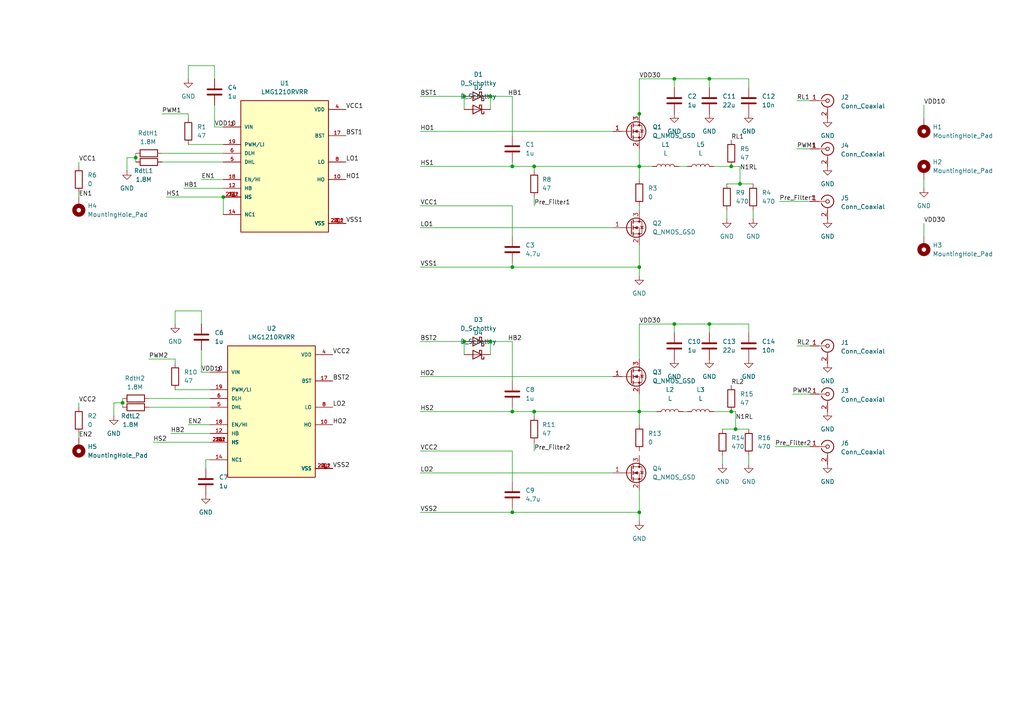
<source format=kicad_sch>
(kicad_sch (version 20231120) (generator "eeschema") (generator_version "8.0")
  (paper "A4")
  (lib_symbols
    (symbol "Connector:Conn_Coaxial" (pin_names (offset 1.016) hide)
      (property "Reference" "J" (at 0.254 3.048 0))
      (property "Value" "Conn_Coaxial" (at 2.921 0 90))
      (symbol "Conn_Coaxial_0_1"
        (arc (start -1.778 -0.508) (mid 0.2311 -1.8066) (end 1.778 0) (stroke (width 0.254)))
        (polyline (pts (xy -2.54 0) (xy -0.508 0)))
        (polyline (pts (xy 0 -2.54) (xy 0 -1.778)))
        (circle (center 0 0) (radius 0.508) (stroke (width 0.2032)))
        (arc (start 1.778 0) (mid 0.2099 1.8101) (end -1.778 0.508) (stroke (width 0.254)))
      )
      (symbol "Conn_Coaxial_1_1"
        (pin passive line (at -5.08 0 0) (length 2.54) (name "In") (number "1"))
        (pin passive line (at 0 -5.08 90) (length 2.54) (name "Ext") (number "2"))
      )
    )
    (symbol "D_Schottky_1" (pin_numbers hide) (pin_names (offset 1.016) hide)
      (property "Reference" "D1" (at -0.3175 -6.35 0))
      (property "Value" "D_Schottky" (at -0.3175 -3.81 0))
      (symbol "D_Schottky_1_0_1"
        (polyline (pts (xy 1.27 0) (xy -1.27 0)))
        (polyline (pts (xy 1.27 1.27) (xy 1.27 -1.27) (xy -1.27 0) (xy 1.27 1.27)) (stroke (width 0.254)))
        (polyline (pts (xy -1.905 0.635) (xy -1.905 1.27) (xy -1.27 1.27) (xy -1.27 -1.27) (xy -0.635 -1.27) (xy -0.635 -0.635)) (stroke (width 0.254)))
      )
      (symbol "D_Schottky_1_1_1"
        (pin passive line (at -3.81 0 0) (length 2.54) (name "K") (number "1"))
        (pin passive line (at 3.81 0 180) (length 2.54) (name "A") (number "3"))
      )
    )
    (symbol "Device:C" (pin_numbers hide) (pin_names (offset 0.254))
      (property "Reference" "C" (at 0.635 2.54 0))
      (property "Value" "C" (at 0.635 -2.54 0))
      (symbol "C_0_1"
        (polyline (pts (xy -2.032 -0.762) (xy 2.032 -0.762)) (stroke (width 0.508)))
        (polyline (pts (xy -2.032 0.762) (xy 2.032 0.762)) (stroke (width 0.508)))
      )
      (symbol "C_1_1"
        (pin passive line (at 0 3.81 270) (length 2.794) (name "~") (number "1"))
        (pin passive line (at 0 -3.81 90) (length 2.794) (name "~") (number "2"))
      )
    )
    (symbol "Device:L" (pin_numbers hide) (pin_names (offset 1.016) hide)
      (property "Reference" "L" (at -1.27 0 90))
      (property "Value" "L" (at 1.905 0 90))
      (symbol "L_0_1"
        (arc (start 0 -2.54) (mid 0.6323 -1.905) (end 0 -1.27))
        (arc (start 0 -1.27) (mid 0.6323 -0.635) (end 0 0))
        (arc (start 0 0) (mid 0.6323 0.635) (end 0 1.27))
        (arc (start 0 1.27) (mid 0.6323 1.905) (end 0 2.54))
      )
      (symbol "L_1_1"
        (pin passive line (at 0 3.81 270) (length 1.27) (name "1") (number "1"))
        (pin passive line (at 0 -3.81 90) (length 1.27) (name "2") (number "2"))
      )
    )
    (symbol "Device:Q_NMOS_GSD" (pin_names (offset 0) hide)
      (property "Reference" "Q" (at 5.08 1.27 0))
      (property "Value" "Q_NMOS_GSD" (at 5.08 -1.27 0))
      (symbol "Q_NMOS_GSD_0_1"
        (polyline (pts (xy 0.254 0) (xy -2.54 0)))
        (polyline (pts (xy 0.254 1.905) (xy 0.254 -1.905)) (stroke (width 0.254)))
        (polyline (pts (xy 0.762 -1.27) (xy 0.762 -2.286)) (stroke (width 0.254)))
        (polyline (pts (xy 0.762 0.508) (xy 0.762 -0.508)) (stroke (width 0.254)))
        (polyline (pts (xy 0.762 2.286) (xy 0.762 1.27)) (stroke (width 0.254)))
        (polyline (pts (xy 2.54 2.54) (xy 2.54 1.778)))
        (polyline (pts (xy 2.54 -2.54) (xy 2.54 0) (xy 0.762 0)))
        (polyline (pts (xy 0.762 -1.778) (xy 3.302 -1.778) (xy 3.302 1.778) (xy 0.762 1.778)))
        (polyline (pts (xy 1.016 0) (xy 2.032 0.381) (xy 2.032 -0.381) (xy 1.016 0)) (fill (type outline)))
        (polyline (pts (xy 2.794 0.508) (xy 2.921 0.381) (xy 3.683 0.381) (xy 3.81 0.254)))
        (polyline (pts (xy 3.302 0.381) (xy 2.921 -0.254) (xy 3.683 -0.254) (xy 3.302 0.381)))
        (circle (center 1.651 0) (radius 2.794) (stroke (width 0.254)))
        (circle (center 2.54 -1.778) (radius 0.254) (fill (type outline)))
        (circle (center 2.54 1.778) (radius 0.254) (fill (type outline)))
      )
      (symbol "Q_NMOS_GSD_1_1"
        (pin input line (at -5.08 0 0) (length 2.54) (name "G") (number "1"))
        (pin passive line (at 2.54 -5.08 90) (length 2.54) (name "S") (number "2"))
        (pin passive line (at 2.54 5.08 270) (length 2.54) (name "D") (number "3"))
      )
    )
    (symbol "Device:R" (pin_numbers hide) (pin_names (offset 0))
      (property "Reference" "R" (at 2.032 0 90))
      (property "Value" "R" (at 0 0 90))
      (symbol "R_0_1"
        (rectangle (start -1.016 -2.54) (end 1.016 2.54) (stroke (width 0.254)))
      )
      (symbol "R_1_1"
        (pin passive line (at 0 3.81 270) (length 1.27) (name "~") (number "1"))
        (pin passive line (at 0 -3.81 90) (length 1.27) (name "~") (number "2"))
      )
    )
    (symbol "LMG1210RVRR:LMG1210RVRR" (pin_names (offset 1.016))
      (property "Reference" "U" (at -12.7 21.082 0))
      (property "Value" "LMG1210RVRR" (at -12.7 -19.05 0))
      (symbol "LMG1210RVRR_0_0"
        (rectangle (start -12.7 -17.78) (end 12.7 20.32) (stroke (width 0.254)) (fill (type background)))
        (pin output line (at 17.78 -2.54 180) (length 5.08) (name "HO") (number "10"))
        (pin input line (at -17.78 -5.08 0) (length 5.08) (name "HB") (number "12"))
        (pin input line (at -17.78 -7.62 0) (length 5.08) (name "HS") (number "13"))
        (pin passive line (at -17.78 -12.7 0) (length 5.08) (name "NC1") (number "14"))
        (pin input line (at -17.78 -7.62 0) (length 5.08) (name "HS") (number "16"))
        (pin output line (at 17.78 10.16 180) (length 5.08) (name "BST") (number "17"))
        (pin input line (at -17.78 -2.54 0) (length 5.08) (name "EN/HI") (number "18"))
        (pin input line (at -17.78 7.62 0) (length 5.08) (name "PWM/LI") (number "19"))
        (pin input line (at -17.78 12.7 0) (length 5.08) (name "VIN") (number "2"))
        (pin power_in line (at 17.78 -15.24 180) (length 5.08) (name "VSS") (number "20"))
        (pin power_in line (at 17.78 -15.24 180) (length 5.08) (name "VSS") (number "20_1"))
        (pin power_in line (at 17.78 -15.24 180) (length 5.08) (name "VSS") (number "20_2"))
        (pin input line (at -17.78 -7.62 0) (length 5.08) (name "HS") (number "21"))
        (pin input line (at -17.78 -7.62 0) (length 5.08) (name "HS") (number "21_1"))
        (pin input line (at -17.78 -7.62 0) (length 5.08) (name "HS") (number "21_2"))
        (pin power_in line (at 17.78 -15.24 180) (length 5.08) (name "VSS") (number "3"))
        (pin power_in line (at 17.78 17.78 180) (length 5.08) (name "VDD") (number "4"))
        (pin input line (at -17.78 2.54 0) (length 5.08) (name "DHL") (number "5"))
        (pin input line (at -17.78 5.08 0) (length 5.08) (name "DLH") (number "6"))
        (pin power_in line (at 17.78 -15.24 180) (length 5.08) (name "VSS") (number "7"))
        (pin output line (at 17.78 2.54 180) (length 5.08) (name "LO") (number "8"))
        (pin input line (at -17.78 -7.62 0) (length 5.08) (name "HS") (number "9"))
      )
    )
    (symbol "Mechanical:MountingHole_Pad" (pin_numbers hide) (pin_names (offset 1.016) hide) (exclude_from_sim yes) (in_bom no)
      (property "Reference" "H" (at 0 6.35 0))
      (property "Value" "MountingHole_Pad" (at 0 4.445 0))
      (symbol "MountingHole_Pad_0_1"
        (circle (center 0 1.27) (radius 1.27) (stroke (width 1.27)))
      )
      (symbol "MountingHole_Pad_1_1"
        (pin input line (at 0 -2.54 90) (length 2.54) (name "1") (number "1"))
      )
    )
    (symbol "power:GND" (power) (pin_numbers hide) (pin_names (offset 0) hide)
      (property "Value" "GND" (at 0 -3.81 0))
      (symbol "GND_0_1"
        (polyline (pts (xy 0 0) (xy 0 -1.27) (xy 1.27 -1.27) (xy 0 -2.54) (xy -1.27 -1.27) (xy 0 -1.27)))
      )
      (symbol "GND_1_1"
        (pin power_in line (at 0 0 270) (length 0) (name "~") (number "1"))
      )
    )
  )
  (junction (at 64.77 57.15))
  (junction (at 205.74 93.98))
  (junction (at 148.59 48.26))
  (junction (at 185.42 33.02))
  (junction (at 148.59 77.47))
  (junction (at 154.94 48.26))
  (junction (at 142.24 27.94))
  (junction (at 214.63 53.34))
  (junction (at 148.59 148.59))
  (junction (at 154.94 119.38))
  (junction (at 142.24 99.06))
  (junction (at 185.42 119.38))
  (junction (at 212.09 48.26))
  (junction (at 212.09 119.38))
  (junction (at 35.56 116.84))
  (junction (at 134.62 27.94))
  (junction (at 185.42 148.59))
  (junction (at 185.42 77.47))
  (junction (at 185.42 48.26))
  (junction (at 148.59 119.38))
  (junction (at 213.36 124.46))
  (junction (at 195.58 22.86))
  (junction (at 195.58 93.98))
  (junction (at 205.74 22.86))
  (junction (at 39.37 45.72))
  (junction (at 134.62 99.06))
  (wire (pts (xy 212.09 48.26) (xy 214.63 48.26)))
  (wire (pts (xy 148.59 48.26) (xy 154.94 48.26)))
  (wire (pts (xy 154.94 48.26) (xy 185.42 48.26)))
  (wire (pts (xy 43.18 115.57) (xy 60.96 115.57)))
  (wire (pts (xy 195.58 22.86) (xy 205.74 22.86)))
  (wire (pts (xy 148.59 99.06) (xy 148.59 110.49)))
  (wire (pts (xy 217.17 93.98) (xy 217.17 96.52)))
  (wire (pts (xy 185.42 93.98) (xy 195.58 93.98)))
  (wire (pts (xy 33.02 116.84) (xy 33.02 120.65)))
  (wire (pts (xy 185.42 43.18) (xy 185.42 48.26)))
  (wire (pts (xy 35.56 116.84) (xy 33.02 116.84)))
  (wire (pts (xy 59.69 135.89) (xy 59.69 133.35)))
  (wire (pts (xy 185.42 119.38) (xy 185.42 123.19)))
  (wire (pts (xy 205.74 22.86) (xy 205.74 25.4)))
  (wire (pts (xy 43.18 104.14) (xy 50.8 104.14)))
  (wire (pts (xy 50.8 113.03) (xy 60.96 113.03)))
  (wire (pts (xy 154.94 119.38) (xy 185.42 119.38)))
  (wire (pts (xy 35.56 116.84) (xy 35.56 118.11)))
  (wire (pts (xy 59.69 133.35) (xy 60.96 133.35)))
  (wire (pts (xy 185.42 142.24) (xy 185.42 148.59)))
  (wire (pts (xy 154.94 57.15) (xy 154.94 59.69)))
  (wire (pts (xy 185.42 22.86) (xy 185.42 33.02)))
  (wire (pts (xy 134.62 27.94) (xy 134.62 31.75)))
  (wire (pts (xy 148.59 27.94) (xy 148.59 39.37)))
  (wire (pts (xy 229.87 114.3) (xy 234.95 114.3)))
  (wire (pts (xy 148.59 147.32) (xy 148.59 148.59)))
  (wire (pts (xy 148.59 68.58) (xy 148.59 59.69)))
  (wire (pts (xy 213.36 124.46) (xy 213.36 119.38)))
  (wire (pts (xy 198.12 119.38) (xy 199.39 119.38)))
  (wire (pts (xy 64.77 36.83) (xy 62.23 36.83)))
  (wire (pts (xy 121.92 119.38) (xy 148.59 119.38)))
  (wire (pts (xy 205.74 22.86) (xy 217.17 22.86)))
  (wire (pts (xy 148.59 119.38) (xy 148.59 118.11)))
  (wire (pts (xy 121.92 77.47) (xy 148.59 77.47)))
  (wire (pts (xy 35.56 115.57) (xy 35.56 116.84)))
  (wire (pts (xy 210.82 60.96) (xy 210.82 63.5)))
  (wire (pts (xy 212.09 119.38) (xy 213.36 119.38)))
  (wire (pts (xy 121.92 148.59) (xy 148.59 148.59)))
  (wire (pts (xy 231.14 43.18) (xy 234.95 43.18)))
  (wire (pts (xy 218.44 60.96) (xy 218.44 63.5)))
  (wire (pts (xy 267.97 30.48) (xy 267.97 34.29)))
  (wire (pts (xy 148.59 148.59) (xy 185.42 148.59)))
  (wire (pts (xy 185.42 77.47) (xy 185.42 80.01)))
  (wire (pts (xy 154.94 128.27) (xy 154.94 130.81)))
  (wire (pts (xy 49.53 125.73) (xy 60.96 125.73)))
  (wire (pts (xy 64.77 57.15) (xy 64.77 62.23)))
  (wire (pts (xy 121.92 109.22) (xy 177.8 109.22)))
  (wire (pts (xy 22.86 116.84) (xy 22.86 118.11)))
  (wire (pts (xy 36.83 45.72) (xy 36.83 49.53)))
  (wire (pts (xy 50.8 90.17) (xy 58.42 90.17)))
  (wire (pts (xy 185.42 33.02) (xy 185.42 34.29)))
  (wire (pts (xy 46.99 44.45) (xy 64.77 44.45)))
  (wire (pts (xy 22.86 46.99) (xy 22.86 48.26)))
  (wire (pts (xy 121.92 27.94) (xy 134.62 27.94)))
  (wire (pts (xy 267.97 64.77) (xy 267.97 68.58)))
  (wire (pts (xy 58.42 90.17) (xy 58.42 93.98)))
  (wire (pts (xy 185.42 59.69) (xy 185.42 60.96)))
  (wire (pts (xy 185.42 119.38) (xy 190.5 119.38)))
  (wire (pts (xy 60.96 107.95) (xy 58.42 107.95)))
  (wire (pts (xy 134.62 99.06) (xy 134.62 102.87)))
  (wire (pts (xy 39.37 45.72) (xy 39.37 46.99)))
  (wire (pts (xy 214.63 53.34) (xy 214.63 48.26)))
  (wire (pts (xy 196.85 48.26) (xy 199.39 48.26)))
  (wire (pts (xy 154.94 120.65) (xy 154.94 119.38)))
  (wire (pts (xy 185.42 114.3) (xy 185.42 119.38)))
  (wire (pts (xy 214.63 53.34) (xy 218.44 53.34)))
  (wire (pts (xy 121.92 137.16) (xy 177.8 137.16)))
  (wire (pts (xy 48.26 57.15) (xy 64.77 57.15)))
  (wire (pts (xy 210.82 53.34) (xy 214.63 53.34)))
  (wire (pts (xy 148.59 48.26) (xy 148.59 46.99)))
  (wire (pts (xy 121.92 99.06) (xy 134.62 99.06)))
  (wire (pts (xy 44.45 128.27) (xy 60.96 128.27)))
  (wire (pts (xy 62.23 36.83) (xy 62.23 30.48)))
  (wire (pts (xy 185.42 48.26) (xy 185.42 52.07)))
  (wire (pts (xy 207.01 48.26) (xy 212.09 48.26)))
  (wire (pts (xy 50.8 104.14) (xy 50.8 105.41)))
  (wire (pts (xy 142.24 99.06) (xy 148.59 99.06)))
  (wire (pts (xy 54.61 41.91) (xy 64.77 41.91)))
  (wire (pts (xy 121.92 59.69) (xy 148.59 59.69)))
  (wire (pts (xy 58.42 52.07) (xy 64.77 52.07)))
  (wire (pts (xy 207.01 119.38) (xy 212.09 119.38)))
  (wire (pts (xy 185.42 148.59) (xy 185.42 151.13)))
  (wire (pts (xy 148.59 139.7) (xy 148.59 130.81)))
  (wire (pts (xy 58.42 107.95) (xy 58.42 101.6)))
  (wire (pts (xy 217.17 132.08) (xy 217.17 134.62)))
  (wire (pts (xy 185.42 93.98) (xy 185.42 104.14)))
  (wire (pts (xy 121.92 38.1) (xy 177.8 38.1)))
  (wire (pts (xy 39.37 44.45) (xy 39.37 45.72)))
  (wire (pts (xy 185.42 71.12) (xy 185.42 77.47)))
  (wire (pts (xy 209.55 132.08) (xy 209.55 134.62)))
  (wire (pts (xy 209.55 124.46) (xy 213.36 124.46)))
  (wire (pts (xy 46.99 33.02) (xy 54.61 33.02)))
  (wire (pts (xy 62.23 19.05) (xy 62.23 22.86)))
  (wire (pts (xy 205.74 93.98) (xy 205.74 96.52)))
  (wire (pts (xy 185.42 22.86) (xy 195.58 22.86)))
  (wire (pts (xy 195.58 93.98) (xy 195.58 96.52)))
  (wire (pts (xy 22.86 55.88) (xy 22.86 57.15)))
  (wire (pts (xy 224.79 129.54) (xy 234.95 129.54)))
  (wire (pts (xy 195.58 93.98) (xy 205.74 93.98)))
  (wire (pts (xy 231.14 100.33) (xy 234.95 100.33)))
  (wire (pts (xy 217.17 22.86) (xy 217.17 25.4)))
  (wire (pts (xy 43.18 118.11) (xy 60.96 118.11)))
  (wire (pts (xy 54.61 22.86) (xy 54.61 19.05)))
  (wire (pts (xy 50.8 93.98) (xy 50.8 90.17)))
  (wire (pts (xy 267.97 52.07) (xy 267.97 54.61)))
  (wire (pts (xy 226.06 58.42) (xy 234.95 58.42)))
  (wire (pts (xy 39.37 45.72) (xy 36.83 45.72)))
  (wire (pts (xy 205.74 93.98) (xy 217.17 93.98)))
  (wire (pts (xy 154.94 49.53) (xy 154.94 48.26)))
  (wire (pts (xy 148.59 119.38) (xy 154.94 119.38)))
  (wire (pts (xy 22.86 125.73) (xy 22.86 127)))
  (wire (pts (xy 54.61 19.05) (xy 62.23 19.05)))
  (wire (pts (xy 53.34 54.61) (xy 64.77 54.61)))
  (wire (pts (xy 121.92 48.26) (xy 148.59 48.26)))
  (wire (pts (xy 231.14 29.21) (xy 234.95 29.21)))
  (wire (pts (xy 54.61 33.02) (xy 54.61 34.29)))
  (wire (pts (xy 142.24 27.94) (xy 142.24 31.75)))
  (wire (pts (xy 54.61 123.19) (xy 60.96 123.19)))
  (wire (pts (xy 142.24 27.94) (xy 148.59 27.94)))
  (wire (pts (xy 121.92 130.81) (xy 148.59 130.81)))
  (wire (pts (xy 185.42 48.26) (xy 189.23 48.26)))
  (wire (pts (xy 195.58 22.86) (xy 195.58 25.4)))
  (wire (pts (xy 148.59 76.2) (xy 148.59 77.47)))
  (wire (pts (xy 142.24 99.06) (xy 142.24 102.87)))
  (wire (pts (xy 148.59 77.47) (xy 185.42 77.47)))
  (wire (pts (xy 213.36 124.46) (xy 217.17 124.46)))
  (wire (pts (xy 121.92 66.04) (xy 177.8 66.04)))
  (wire (pts (xy 46.99 46.99) (xy 64.77 46.99)))
  (label "VCC1" (at 121.92 59.69 0))
  (label "RL2" (at 212.09 111.76 0))
  (label "VDD30" (at 185.42 93.98 0))
  (label "VDD30" (at 267.97 64.77 0))
  (label "BST2" (at 96.52 110.49 0))
  (label "HO1" (at 121.92 38.1 0))
  (label "Pre_Filter2" (at 154.94 130.81 0))
  (label "HS2" (at 44.45 128.27 0))
  (label "HS2" (at 121.92 119.38 0))
  (label "HB1" (at 147.32 27.94 0))
  (label "VSS1" (at 121.92 77.47 0))
  (label "VDD10" (at 267.97 30.48 0))
  (label "HB1" (at 53.34 54.61 0))
  (label "PWM1" (at 46.99 33.02 0))
  (label "N1RL" (at 214.63 49.53 0))
  (label "VSS2" (at 121.92 148.59 0))
  (label "EN2" (at 22.86 127 0))
  (label "HB2" (at 147.32 99.06 0))
  (label "HB2" (at 49.53 125.73 0))
  (label "RL1" (at 212.09 40.64 0))
  (label "PWM2" (at 229.87 114.3 0))
  (label "HO2" (at 121.92 109.22 0))
  (label "VDD10" (at 58.42 107.95 0))
  (label "BST1" (at 100.33 39.37 0))
  (label "Pre_Filter1" (at 154.94 59.69 0))
  (label "VDD10" (at 62.23 36.83 0))
  (label "HS1" (at 48.26 57.15 0))
  (label "VCC2" (at 96.52 102.87 0))
  (label "EN1" (at 22.86 57.15 0))
  (label "N1RL" (at 213.36 121.92 0))
  (label "LO2" (at 121.92 137.16 0))
  (label "BST1" (at 121.92 27.94 0))
  (label "Pre_Filter2" (at 224.79 129.54 0))
  (label "VSS2" (at 96.52 135.89 0))
  (label "VCC2" (at 121.92 130.81 0))
  (label "VDD30" (at 185.42 22.86 0))
  (label "BST2" (at 121.92 99.06 0))
  (label "RL1" (at 231.14 29.21 0))
  (label "PWM2" (at 43.18 104.14 0))
  (label "Pre_Filter1" (at 226.06 58.42 0))
  (label "VCC2" (at 22.86 116.84 0))
  (label "LO1" (at 100.33 46.99 0))
  (label "VCC1" (at 22.86 46.99 0))
  (label "LO1" (at 121.92 66.04 0))
  (label "RL2" (at 231.14 100.33 0))
  (label "PWM1" (at 231.14 43.18 0))
  (label "EN2" (at 54.61 123.19 0))
  (label "VCC1" (at 100.33 31.75 0))
  (label "HO2" (at 96.52 123.19 0))
  (label "EN1" (at 58.42 52.07 0))
  (label "VSS1" (at 100.33 64.77 0))
  (label "LO2" (at 96.52 118.11 0))
  (label "HO1" (at 100.33 52.07 0))
  (label "HS1" (at 121.92 48.26 0))
  (symbol (lib_id "power:GND") (at 185.42 80.01 0) (unit 1)
    (property "Reference" "#PWR01" (effects (hide yes)))
    (property "Value" "GND" (at 185.42 85.09 0))
    (property "Description" "Power symbol creates a global label with name \"GND\" , ground" (effects (hide yes)))
  )
  (symbol (lib_id "Device:C") (at 205.74 100.33 0) (unit 1)
    (property "Reference" "C13" (at 209.55 99.0599 0) (effects (justify left)))
    (property "Value" "22u" (at 209.55 101.5999 0) (effects (justify left)))
    (property "Footprint" "Capacitor_SMD:C_2220_5750Metric" (effects (hide yes)))
    (property "Description" "Unpolarized capacitor" (effects (hide yes)))
  )
  (symbol (lib_id "Connector:Conn_Coaxial") (at 240.03 29.21 0) (unit 1)
    (property "Reference" "J2" (at 243.84 28.2331 0) (effects (justify left)))
    (property "Value" "Conn_Coaxial" (at 243.84 30.7731 0) (effects (justify left)))
    (property "Footprint" "Connector_Coaxial:U.FL_Molex_MCRF_73412-0110_Vertical" (effects (hide yes)))
    (property "Description" "coaxial connector (BNC, SMA, SMB, SMC, Cinch/RCA, LEMO, ...)" (effects (hide yes)))
  )
  (symbol (lib_id "Mechanical:MountingHole_Pad") (at 267.97 49.53 0) (unit 1) (exclude_from_sim yes) (in_bom no)
    (property "Reference" "H2" (at 270.51 46.9899 0) (effects (justify left)))
    (property "Value" "MountingHole_Pad" (at 270.51 49.5299 0) (effects (justify left)))
    (property "Footprint" "MountingHole:MountingHole_4.3mm_M4_ISO14580_Pad_TopBottom" (effects (hide yes)))
    (property "Description" "Mounting Hole with connection" (effects (hide yes)))
  )
  (symbol (lib_id "Connector:Conn_Coaxial") (at 240.03 129.54 0) (unit 1)
    (property "Reference" "J6" (at 243.84 128.5631 0) (effects (justify left)))
    (property "Value" "Conn_Coaxial" (at 243.84 131.1031 0) (effects (justify left)))
    (property "Footprint" "Connector_Coaxial:U.FL_Molex_MCRF_73412-0110_Vertical" (effects (hide yes)))
    (property "Description" "coaxial connector (BNC, SMA, SMB, SMC, Cinch/RCA, LEMO, ...)" (effects (hide yes)))
  )
  (symbol (lib_id "Device:R") (at 22.86 52.07 180) (unit 1)
    (property "Reference" "R6" (at 25.4 50.7999 0) (effects (justify right)))
    (property "Value" "0" (at 25.4 53.3399 0) (effects (justify right)))
    (property "Footprint" "Resistor_SMD:R_0805_2012Metric" (effects (hide yes)))
    (property "Description" "Resistor" (effects (hide yes)))
  )
  (symbol (lib_id "Device:R") (at 217.17 128.27 180) (unit 1)
    (property "Reference" "R16" (at 219.71 126.9999 0) (effects (justify right)))
    (property "Value" "470" (at 219.71 129.5399 0) (effects (justify right)))
    (property "Footprint" "MyResistors:RWS5" (effects (hide yes)))
    (property "Description" "Resistor" (effects (hide yes)))
  )
  (symbol (lib_id "power:GND") (at 240.03 134.62 0) (unit 1)
    (property "Reference" "#PWR025" (effects (hide yes)))
    (property "Value" "GND" (at 240.03 139.7 0))
    (property "Description" "Power symbol creates a global label with name \"GND\" , ground" (effects (hide yes)))
  )
  (symbol (lib_id "Device:L") (at 193.04 48.26 90) (unit 1)
    (property "Reference" "L1" (at 193.04 41.91 90))
    (property "Value" "L" (at 193.04 44.45 90))
    (property "Footprint" "Inductor_SMD:L_Vishay_IHLP-1212" (effects (hide yes)))
    (property "Description" "Inductor" (effects (hide yes)))
  )
  (symbol (lib_id "Device:C") (at 148.59 43.18 0) (unit 1)
    (property "Reference" "C1" (at 152.4 41.9099 0) (effects (justify left)))
    (property "Value" "1u" (at 152.4 44.4499 0) (effects (justify left)))
    (property "Footprint" "Capacitor_SMD:C_0805_2012Metric" (effects (hide yes)))
    (property "Description" "Unpolarized capacitor" (effects (hide yes)))
  )
  (symbol (lib_id "Device:R") (at 210.82 57.15 180) (unit 1)
    (property "Reference" "R9" (at 213.36 55.8799 0) (effects (justify right)))
    (property "Value" "470" (at 213.36 58.4199 0) (effects (justify right)))
    (property "Footprint" "MyResistors:RWS5" (effects (hide yes)))
    (property "Description" "Resistor" (effects (hide yes)))
  )
  (symbol (lib_name "D_Schottky_1") (lib_id "Device:D_Schottky") (at 138.43 102.87 180) (unit 1)
    (property "Reference" "D4" (at 138.7475 96.52 0))
    (property "Value" "D_Schottky" (at 138.7475 99.06 0))
    (property "Footprint" "Package_TO_SOT_SMD:SOT-323_SC-70" (effects (hide yes)))
    (property "Description" "Schottky diode" (effects (hide yes)))
  )
  (symbol (lib_id "Device:R") (at 43.18 44.45 90) (unit 1)
    (property "Reference" "RdtH1" (at 42.926 38.608 90))
    (property "Value" "1.8M" (at 42.926 41.148 90))
    (property "Footprint" "Resistor_SMD:R_0805_2012Metric" (effects (hide yes)))
    (property "Description" "Resistor" (effects (hide yes)))
  )
  (symbol (lib_id "power:GND") (at 54.61 22.86 0) (unit 1)
    (property "Reference" "#PWR04" (effects (hide yes)))
    (property "Value" "GND" (at 54.61 27.94 0))
    (property "Description" "Power symbol creates a global label with name \"GND\" , ground" (effects (hide yes)))
  )
  (symbol (lib_id "Device:L") (at 194.31 119.38 90) (unit 1)
    (property "Reference" "L2" (at 194.31 113.03 90))
    (property "Value" "L" (at 194.31 115.57 90))
    (property "Footprint" "Inductor_SMD:L_Vishay_IHLP-1212" (effects (hide yes)))
    (property "Description" "Inductor" (effects (hide yes)))
  )
  (symbol (lib_id "Device:R") (at 185.42 127 180) (unit 1)
    (property "Reference" "R13" (at 187.96 125.7299 0) (effects (justify right)))
    (property "Value" "0" (at 187.96 128.2699 0) (effects (justify right)))
    (property "Footprint" "Resistor_SMD:R_0805_2012Metric" (effects (hide yes)))
    (property "Description" "Resistor" (effects (hide yes)))
  )
  (symbol (lib_id "power:GND") (at 50.8 93.98 0) (unit 1)
    (property "Reference" "#PWR015" (effects (hide yes)))
    (property "Value" "GND" (at 50.8 99.06 0))
    (property "Description" "Power symbol creates a global label with name \"GND\" , ground" (effects (hide yes)))
  )
  (symbol (lib_id "power:GND") (at 240.03 63.5 0) (unit 1)
    (property "Reference" "#PWR010" (effects (hide yes)))
    (property "Value" "GND" (at 240.03 68.58 0))
    (property "Description" "Power symbol creates a global label with name \"GND\" , ground" (effects (hide yes)))
  )
  (symbol (lib_id "Connector:Conn_Coaxial") (at 240.03 43.18 0) (unit 1)
    (property "Reference" "J4" (at 243.84 42.2031 0) (effects (justify left)))
    (property "Value" "Conn_Coaxial" (at 243.84 44.7431 0) (effects (justify left)))
    (property "Footprint" "Connector_Coaxial:U.FL_Molex_MCRF_73412-0110_Vertical" (effects (hide yes)))
    (property "Description" "coaxial connector (BNC, SMA, SMB, SMC, Cinch/RCA, LEMO, ...)" (effects (hide yes)))
  )
  (symbol (lib_id "power:GND") (at 210.82 63.5 0) (unit 1)
    (property "Reference" "#PWR07" (effects (hide yes)))
    (property "Value" "GND" (at 210.82 68.58 0))
    (property "Description" "Power symbol creates a global label with name \"GND\" , ground" (effects (hide yes)))
  )
  (symbol (lib_id "Device:R") (at 212.09 115.57 180) (unit 1)
    (property "Reference" "R15" (at 214.63 114.2999 0) (effects (justify right)))
    (property "Value" "47" (at 214.63 116.8399 0) (effects (justify right)))
    (property "Footprint" "Resistor_SMD:R_0805_2012Metric" (effects (hide yes)))
    (property "Description" "Resistor" (effects (hide yes)))
  )
  (symbol (lib_id "power:GND") (at 240.03 119.38 0) (unit 1)
    (property "Reference" "#PWR024" (effects (hide yes)))
    (property "Value" "GND" (at 240.03 124.46 0))
    (property "Description" "Power symbol creates a global label with name \"GND\" , ground" (effects (hide yes)))
  )
  (symbol (lib_id "Connector:Conn_Coaxial") (at 240.03 114.3 0) (unit 1)
    (property "Reference" "J3" (at 243.84 113.3231 0) (effects (justify left)))
    (property "Value" "Conn_Coaxial" (at 243.84 115.8631 0) (effects (justify left)))
    (property "Footprint" "Connector_Coaxial:U.FL_Molex_MCRF_73412-0110_Vertical" (effects (hide yes)))
    (property "Description" "coaxial connector (BNC, SMA, SMB, SMC, Cinch/RCA, LEMO, ...)" (effects (hide yes)))
  )
  (symbol (lib_id "LMG1210RVRR:LMG1210RVRR") (at 78.74 120.65 0) (unit 1)
    (property "Reference" "U2" (at 78.74 95.25 0))
    (property "Value" "LMG1210RVRR" (at 78.74 97.79 0))
    (property "Footprint" "Drivers:IC_LMG1210RVRR" (effects (hide yes)))
    (property "MF" "Texas Instruments" (effects (hide yes)))
    (property "MAXIMUM_PACKAGE_HEIGHT" "0.8mm" (effects (hide yes)))
    (property "Package" "WQFN-19 Texas Instruments" (effects (hide yes)))
    (property "Price" "None" (effects (hide yes)))
    (property "Check_prices" "https://www.snapeda.com/parts/LMG1210RVRR/Texas+Instruments/view-part/?ref=eda" (effects (hide yes)))
    (property "STANDARD" "Manufacturer Recommendations" (effects (hide yes)))
    (property "PARTREV" "D" (effects (hide yes)))
    (property "SnapEDA_Link" "https://www.snapeda.com/parts/LMG1210RVRR/Texas+Instruments/view-part/?ref=snap" (effects (hide yes)))
    (property "MP" "LMG1210RVRR" (effects (hide yes)))
    (property "Purchase-URL" "https://www.snapeda.com/api/url_track_click_mouser/?unipart_id=2893599&manufacturer=Texas Instruments&part_name=LMG1210RVRR&search_term=lmg1210" (effects (hide yes)))
    (property "Description_1" "\n1.5-A, 3-A, 200-V half bridge gate driver, 5-V UVLO and programmable dead-time for GaNFET and MOSFET\n" (effects (hide yes)))
    (property "Availability" "In Stock" (effects (hide yes)))
    (property "MANUFACTURER" "Texas Instruments" (effects (hide yes)))
  )
  (symbol (lib_id "power:GND") (at 36.83 49.53 0) (unit 1)
    (property "Reference" "#PWR02" (effects (hide yes)))
    (property "Value" "GND" (at 36.83 54.61 0))
    (property "Description" "Power symbol creates a global label with name \"GND\" , ground" (effects (hide yes)))
  )
  (symbol (lib_id "power:GND") (at 240.03 48.26 0) (unit 1)
    (property "Reference" "#PWR05" (effects (hide yes)))
    (property "Value" "GND" (at 240.03 53.34 0))
    (property "Description" "Power symbol creates a global label with name \"GND\" , ground" (effects (hide yes)))
  )
  (symbol (lib_id "Device:C") (at 217.17 100.33 0) (unit 1)
    (property "Reference" "C14" (at 220.98 99.0599 0) (effects (justify left)))
    (property "Value" "10n" (at 220.98 101.5999 0) (effects (justify left)))
    (property "Footprint" "Capacitor_SMD:C_0805_2012Metric" (effects (hide yes)))
    (property "Description" "Unpolarized capacitor" (effects (hide yes)))
  )
  (symbol (lib_name "D_Schottky_1") (lib_id "Device:D_Schottky") (at 138.43 31.75 180) (unit 1)
    (property "Reference" "D2" (at 138.7475 25.4 0))
    (property "Value" "D_Schottky" (at 138.7475 27.94 0))
    (property "Footprint" "Package_TO_SOT_SMD:SOT-323_SC-70" (effects (hide yes)))
    (property "Description" "Schottky diode" (effects (hide yes)))
  )
  (symbol (lib_id "Mechanical:MountingHole_Pad") (at 267.97 36.83 180) (unit 1) (exclude_from_sim yes) (in_bom no)
    (property "Reference" "H1" (at 270.51 36.8299 0) (effects (justify right)))
    (property "Value" "MountingHole_Pad" (at 270.51 39.3699 0) (effects (justify right)))
    (property "Footprint" "MountingHole:MountingHole_4.3mm_M4_ISO14580_Pad_TopBottom" (effects (hide yes)))
    (property "Description" "Mounting Hole with connection" (effects (hide yes)))
  )
  (symbol (lib_id "Device:R") (at 154.94 53.34 180) (unit 1)
    (property "Reference" "R8" (at 157.226 52.07 0) (effects (justify right)))
    (property "Value" "47" (at 157.226 54.61 0) (effects (justify right)))
    (property "Footprint" "Resistor_SMD:R_0805_2012Metric" (effects (hide yes)))
    (property "Description" "Resistor" (effects (hide yes)))
  )
  (symbol (lib_id "power:GND") (at 33.02 120.65 0) (unit 1)
    (property "Reference" "#PWR011" (effects (hide yes)))
    (property "Value" "GND" (at 33.02 125.73 0))
    (property "Description" "Power symbol creates a global label with name \"GND\" , ground" (effects (hide yes)))
  )
  (symbol (lib_id "Device:R") (at 39.37 118.11 90) (unit 1)
    (property "Reference" "RdtL2" (at 37.846 120.65 90))
    (property "Value" "1.8M" (at 37.846 123.19 90))
    (property "Footprint" "Resistor_SMD:R_0805_2012Metric" (effects (hide yes)))
    (property "Description" "Resistor" (effects (hide yes)))
  )
  (symbol (lib_id "Device:R") (at 50.8 109.22 180) (unit 1)
    (property "Reference" "R10" (at 53.34 107.9499 0) (effects (justify right)))
    (property "Value" "47" (at 53.34 110.4899 0) (effects (justify right)))
    (property "Footprint" "Resistor_SMD:R_0805_2012Metric" (effects (hide yes)))
    (property "Description" "Resistor" (effects (hide yes)))
  )
  (symbol (lib_id "Device:R") (at 212.09 44.45 180) (unit 1)
    (property "Reference" "R5" (at 214.63 43.1799 0) (effects (justify right)))
    (property "Value" "47" (at 214.63 45.7199 0) (effects (justify right)))
    (property "Footprint" "Resistor_SMD:R_0805_2012Metric" (effects (hide yes)))
    (property "Description" "Resistor" (effects (hide yes)))
  )
  (symbol (lib_id "power:GND") (at 217.17 33.02 0) (unit 1)
    (property "Reference" "#PWR014" (effects (hide yes)))
    (property "Value" "GND" (at 217.17 38.1 0))
    (property "Description" "Power symbol creates a global label with name \"GND\" , ground" (effects (hide yes)))
  )
  (symbol (lib_id "power:GND") (at 209.55 134.62 0) (unit 1)
    (property "Reference" "#PWR020" (effects (hide yes)))
    (property "Value" "GND" (at 209.55 139.7 0))
    (property "Description" "Power symbol creates a global label with name \"GND\" , ground" (effects (hide yes)))
  )
  (symbol (lib_id "power:GND") (at 185.42 151.13 0) (unit 1)
    (property "Reference" "#PWR017" (effects (hide yes)))
    (property "Value" "GND" (at 185.42 156.21 0))
    (property "Description" "Power symbol creates a global label with name \"GND\" , ground" (effects (hide yes)))
  )
  (symbol (lib_id "Mechanical:MountingHole_Pad") (at 22.86 129.54 180) (unit 1) (exclude_from_sim yes) (in_bom no)
    (property "Reference" "H5" (at 25.4 129.5399 0) (effects (justify right)))
    (property "Value" "MountingHole_Pad" (at 25.4 132.0799 0) (effects (justify right)))
    (property "Footprint" "MountingHole:MountingHole_4.3mm_M4_ISO14580_Pad_TopBottom" (effects (hide yes)))
    (property "Description" "Mounting Hole with connection" (effects (hide yes)))
  )
  (symbol (lib_id "Device:C") (at 58.42 97.79 0) (unit 1)
    (property "Reference" "C6" (at 62.23 96.5199 0) (effects (justify left)))
    (property "Value" "1u" (at 62.23 99.0599 0) (effects (justify left)))
    (property "Footprint" "Capacitor_SMD:C_0805_2012Metric" (effects (hide yes)))
    (property "Description" "Unpolarized capacitor" (effects (hide yes)))
  )
  (symbol (lib_id "Device:C") (at 217.17 29.21 0) (unit 1)
    (property "Reference" "C12" (at 220.98 27.9399 0) (effects (justify left)))
    (property "Value" "10n" (at 220.98 30.4799 0) (effects (justify left)))
    (property "Footprint" "Capacitor_SMD:C_0805_2012Metric" (effects (hide yes)))
    (property "Description" "Unpolarized capacitor" (effects (hide yes)))
  )
  (symbol (lib_id "power:GND") (at 240.03 105.41 0) (unit 1)
    (property "Reference" "#PWR023" (effects (hide yes)))
    (property "Value" "GND" (at 240.03 110.49 0))
    (property "Description" "Power symbol creates a global label with name \"GND\" , ground" (effects (hide yes)))
  )
  (symbol (lib_id "power:GND") (at 195.58 33.02 0) (unit 1)
    (property "Reference" "#PWR012" (effects (hide yes)))
    (property "Value" "GND" (at 195.58 38.1 0))
    (property "Description" "Power symbol creates a global label with name \"GND\" , ground" (effects (hide yes)))
  )
  (symbol (lib_id "Device:C") (at 148.59 143.51 0) (unit 1)
    (property "Reference" "C9" (at 152.4 142.2399 0) (effects (justify left)))
    (property "Value" "4.7u" (at 152.4 144.7799 0) (effects (justify left)))
    (property "Footprint" "Capacitor_SMD:C_1206_3216Metric" (effects (hide yes)))
    (property "Description" "Unpolarized capacitor" (effects (hide yes)))
  )
  (symbol (lib_id "Device:R") (at 54.61 38.1 180) (unit 1)
    (property "Reference" "R1" (at 57.15 36.8299 0) (effects (justify right)))
    (property "Value" "47" (at 57.15 39.3699 0) (effects (justify right)))
    (property "Footprint" "Resistor_SMD:R_0805_2012Metric" (effects (hide yes)))
    (property "Description" "Resistor" (effects (hide yes)))
  )
  (symbol (lib_id "Connector:Conn_Coaxial") (at 240.03 58.42 0) (unit 1)
    (property "Reference" "J5" (at 243.84 57.4431 0) (effects (justify left)))
    (property "Value" "Conn_Coaxial" (at 243.84 59.9831 0) (effects (justify left)))
    (property "Footprint" "Connector_Coaxial:U.FL_Molex_MCRF_73412-0110_Vertical" (effects (hide yes)))
    (property "Description" "coaxial connector (BNC, SMA, SMB, SMC, Cinch/RCA, LEMO, ...)" (effects (hide yes)))
  )
  (symbol (lib_id "Device:Q_NMOS_GSD") (at 182.88 38.1 0) (unit 1)
    (property "Reference" "Q1" (at 189.23 36.8299 0) (effects (justify left)))
    (property "Value" "Q_NMOS_GSD" (at 189.23 39.3699 0) (effects (justify left)))
    (property "Footprint" "Package_TO_SOT_THT:TO-220-3_Vertical" (effects (hide yes)))
    (property "Description" "N-MOSFET transistor, gate/source/drain" (effects (hide yes)))
  )
  (symbol (lib_id "Device:C") (at 195.58 29.21 0) (unit 1)
    (property "Reference" "C2" (at 199.39 27.9399 0) (effects (justify left)))
    (property "Value" "1u" (at 199.39 30.4799 0) (effects (justify left)))
    (property "Footprint" "Capacitor_SMD:C_0805_2012Metric" (effects (hide yes)))
    (property "Description" "Unpolarized capacitor" (effects (hide yes)))
  )
  (symbol (lib_id "Mechanical:MountingHole_Pad") (at 267.97 71.12 180) (unit 1) (exclude_from_sim yes) (in_bom no)
    (property "Reference" "H3" (at 270.51 71.1199 0) (effects (justify right)))
    (property "Value" "MountingHole_Pad" (at 270.51 73.6599 0) (effects (justify right)))
    (property "Footprint" "MountingHole:MountingHole_4.3mm_M4_ISO14580_Pad_TopBottom" (effects (hide yes)))
    (property "Description" "Mounting Hole with connection" (effects (hide yes)))
  )
  (symbol (lib_id "Device:C") (at 195.58 100.33 0) (unit 1)
    (property "Reference" "C10" (at 199.39 99.0599 0) (effects (justify left)))
    (property "Value" "1u" (at 199.39 101.5999 0) (effects (justify left)))
    (property "Footprint" "Capacitor_SMD:C_0805_2012Metric" (effects (hide yes)))
    (property "Description" "Unpolarized capacitor" (effects (hide yes)))
  )
  (symbol (lib_name "D_Schottky_1") (lib_id "Device:D_Schottky") (at 138.43 27.94 180) (unit 1)
    (property "Reference" "D1" (at 138.7475 21.59 0))
    (property "Value" "D_Schottky" (at 138.7475 24.13 0))
    (property "Footprint" "Package_TO_SOT_SMD:SOT-323_SC-70" (effects (hide yes)))
    (property "Description" "Schottky diode" (effects (hide yes)))
  )
  (symbol (lib_id "Device:R") (at 154.94 124.46 180) (unit 1)
    (property "Reference" "R11" (at 157.226 123.19 0) (effects (justify right)))
    (property "Value" "47" (at 157.226 125.73 0) (effects (justify right)))
    (property "Footprint" "Resistor_SMD:R_0805_2012Metric" (effects (hide yes)))
    (property "Description" "Resistor" (effects (hide yes)))
  )
  (symbol (lib_id "power:GND") (at 218.44 63.5 0) (unit 1)
    (property "Reference" "#PWR08" (effects (hide yes)))
    (property "Value" "GND" (at 218.44 68.58 0))
    (property "Description" "Power symbol creates a global label with name \"GND\" , ground" (effects (hide yes)))
  )
  (symbol (lib_id "Device:C") (at 148.59 114.3 0) (unit 1)
    (property "Reference" "C8" (at 152.4 113.0299 0) (effects (justify left)))
    (property "Value" "1u" (at 152.4 115.5699 0) (effects (justify left)))
    (property "Footprint" "Capacitor_SMD:C_0805_2012Metric" (effects (hide yes)))
    (property "Description" "Unpolarized capacitor" (effects (hide yes)))
  )
  (symbol (lib_id "power:GND") (at 267.97 54.61 0) (unit 1)
    (property "Reference" "#PWR06" (effects (hide yes)))
    (property "Value" "GND" (at 267.97 59.69 0))
    (property "Description" "Power symbol creates a global label with name \"GND\" , ground" (effects (hide yes)))
  )
  (symbol (lib_id "Mechanical:MountingHole_Pad") (at 22.86 59.69 180) (unit 1) (exclude_from_sim yes) (in_bom no)
    (property "Reference" "H4" (at 25.4 59.6899 0) (effects (justify right)))
    (property "Value" "MountingHole_Pad" (at 25.4 62.2299 0) (effects (justify right)))
    (property "Footprint" "MountingHole:MountingHole_4.3mm_M4_ISO14580_Pad_TopBottom" (effects (hide yes)))
    (property "Description" "Mounting Hole with connection" (effects (hide yes)))
  )
  (symbol (lib_id "Device:R") (at 43.18 46.99 90) (unit 1)
    (property "Reference" "RdtL1" (at 41.656 49.53 90))
    (property "Value" "1.8M" (at 41.656 52.07 90))
    (property "Footprint" "Resistor_SMD:R_0805_2012Metric" (effects (hide yes)))
    (property "Description" "Resistor" (effects (hide yes)))
  )
  (symbol (lib_id "Device:Q_NMOS_GSD") (at 182.88 109.22 0) (unit 1)
    (property "Reference" "Q3" (at 189.23 107.9499 0) (effects (justify left)))
    (property "Value" "Q_NMOS_GSD" (at 189.23 110.4899 0) (effects (justify left)))
    (property "Footprint" "Package_TO_SOT_THT:TO-220-3_Vertical" (effects (hide yes)))
    (property "Description" "N-MOSFET transistor, gate/source/drain" (effects (hide yes)))
  )
  (symbol (lib_id "Device:Q_NMOS_GSD") (at 182.88 66.04 0) (unit 1)
    (property "Reference" "Q2" (at 189.23 64.7699 0) (effects (justify left)))
    (property "Value" "Q_NMOS_GSD" (at 189.23 67.3099 0) (effects (justify left)))
    (property "Footprint" "Package_TO_SOT_THT:TO-220-3_Vertical" (effects (hide yes)))
    (property "Description" "N-MOSFET transistor, gate/source/drain" (effects (hide yes)))
  )
  (symbol (lib_id "power:GND") (at 59.69 143.51 0) (unit 1)
    (property "Reference" "#PWR016" (effects (hide yes)))
    (property "Value" "GND" (at 59.69 148.59 0))
    (property "Description" "Power symbol creates a global label with name \"GND\" , ground" (effects (hide yes)))
  )
  (symbol (lib_id "Device:Q_NMOS_GSD") (at 182.88 137.16 0) (unit 1)
    (property "Reference" "Q4" (at 189.23 135.8899 0) (effects (justify left)))
    (property "Value" "Q_NMOS_GSD" (at 189.23 138.4299 0) (effects (justify left)))
    (property "Footprint" "Package_TO_SOT_THT:TO-220-3_Vertical" (effects (hide yes)))
    (property "Description" "N-MOSFET transistor, gate/source/drain" (effects (hide yes)))
  )
  (symbol (lib_id "Device:R") (at 22.86 121.92 180) (unit 1)
    (property "Reference" "R2" (at 25.4 120.6499 0) (effects (justify right)))
    (property "Value" "0" (at 25.4 123.1899 0) (effects (justify right)))
    (property "Footprint" "Resistor_SMD:R_0805_2012Metric" (effects (hide yes)))
    (property "Description" "Resistor" (effects (hide yes)))
  )
  (symbol (lib_id "LMG1210RVRR:LMG1210RVRR") (at 82.55 49.53 0) (unit 1)
    (property "Reference" "U1" (at 82.55 24.13 0))
    (property "Value" "LMG1210RVRR" (at 82.55 26.67 0))
    (property "Footprint" "Drivers:IC_LMG1210RVRR" (effects (hide yes)))
    (property "MF" "Texas Instruments" (effects (hide yes)))
    (property "MAXIMUM_PACKAGE_HEIGHT" "0.8mm" (effects (hide yes)))
    (property "Package" "WQFN-19 Texas Instruments" (effects (hide yes)))
    (property "Price" "None" (effects (hide yes)))
    (property "Check_prices" "https://www.snapeda.com/parts/LMG1210RVRR/Texas+Instruments/view-part/?ref=eda" (effects (hide yes)))
    (property "STANDARD" "Manufacturer Recommendations" (effects (hide yes)))
    (property "PARTREV" "D" (effects (hide yes)))
    (property "SnapEDA_Link" "https://www.snapeda.com/parts/LMG1210RVRR/Texas+Instruments/view-part/?ref=snap" (effects (hide yes)))
    (property "MP" "LMG1210RVRR" (effects (hide yes)))
    (property "Purchase-URL" "https://www.snapeda.com/api/url_track_click_mouser/?unipart_id=2893599&manufacturer=Texas Instruments&part_name=LMG1210RVRR&search_term=lmg1210" (effects (hide yes)))
    (property "Description_1" "\n1.5-A, 3-A, 200-V half bridge gate driver, 5-V UVLO and programmable dead-time for GaNFET and MOSFET\n" (effects (hide yes)))
    (property "Availability" "In Stock" (effects (hide yes)))
    (property "MANUFACTURER" "Texas Instruments" (effects (hide yes)))
  )
  (symbol (lib_id "power:GND") (at 195.58 104.14 0) (unit 1)
    (property "Reference" "#PWR018" (effects (hide yes)))
    (property "Value" "GND" (at 195.58 109.22 0))
    (property "Description" "Power symbol creates a global label with name \"GND\" , ground" (effects (hide yes)))
  )
  (symbol (lib_id "Device:L") (at 203.2 119.38 90) (unit 1)
    (property "Reference" "L3" (at 203.2 113.03 90))
    (property "Value" "L" (at 203.2 115.57 90))
    (property "Footprint" "Inductor_SMD:L_Vishay_IHLP-1212" (effects (hide yes)))
    (property "Description" "Inductor" (effects (hide yes)))
  )
  (symbol (lib_id "Device:R") (at 185.42 55.88 180) (unit 1)
    (property "Reference" "R3" (at 187.96 54.6099 0) (effects (justify right)))
    (property "Value" "0" (at 187.96 57.1499 0) (effects (justify right)))
    (property "Footprint" "Resistor_SMD:R_0805_2012Metric" (effects (hide yes)))
    (property "Description" "Resistor" (effects (hide yes)))
  )
  (symbol (lib_id "Device:L") (at 203.2 48.26 90) (unit 1)
    (property "Reference" "L5" (at 203.2 41.91 90))
    (property "Value" "L" (at 203.2 44.45 90))
    (property "Footprint" "Inductor_SMD:L_Vishay_IHLP-1212" (effects (hide yes)))
    (property "Description" "Inductor" (effects (hide yes)))
  )
  (symbol (lib_id "Device:C") (at 205.74 29.21 0) (unit 1)
    (property "Reference" "C11" (at 209.55 27.9399 0) (effects (justify left)))
    (property "Value" "22u" (at 209.55 30.4799 0) (effects (justify left)))
    (property "Footprint" "Capacitor_SMD:C_2220_5750Metric" (effects (hide yes)))
    (property "Description" "Unpolarized capacitor" (effects (hide yes)))
  )
  (symbol (lib_id "Device:R") (at 218.44 57.15 180) (unit 1)
    (property "Reference" "R4" (at 220.98 55.8799 0) (effects (justify right)))
    (property "Value" "470" (at 220.98 58.4199 0) (effects (justify right)))
    (property "Footprint" "MyResistors:RWS5" (effects (hide yes)))
    (property "Description" "Resistor" (effects (hide yes)))
  )
  (symbol (lib_id "Device:R") (at 209.55 128.27 180) (unit 1)
    (property "Reference" "R14" (at 212.09 126.9999 0) (effects (justify right)))
    (property "Value" "470" (at 212.09 129.5399 0) (effects (justify right)))
    (property "Footprint" "MyResistors:RWS5" (effects (hide yes)))
    (property "Description" "Resistor" (effects (hide yes)))
  )
  (symbol (lib_id "Device:C") (at 59.69 139.7 0) (unit 1)
    (property "Reference" "C7" (at 63.5 138.4299 0) (effects (justify left)))
    (property "Value" "1u" (at 63.5 140.9699 0) (effects (justify left)))
    (property "Footprint" "Capacitor_SMD:C_0805_2012Metric" (effects (hide yes)))
    (property "Description" "Unpolarized capacitor" (effects (hide yes)))
  )
  (symbol (lib_id "power:GND") (at 217.17 134.62 0) (unit 1)
    (property "Reference" "#PWR022" (effects (hide yes)))
    (property "Value" "GND" (at 217.17 139.7 0))
    (property "Description" "Power symbol creates a global label with name \"GND\" , ground" (effects (hide yes)))
  )
  (symbol (lib_id "Connector:Conn_Coaxial") (at 240.03 100.33 0) (unit 1)
    (property "Reference" "J1" (at 243.84 99.3531 0) (effects (justify left)))
    (property "Value" "Conn_Coaxial" (at 243.84 101.8931 0) (effects (justify left)))
    (property "Footprint" "Connector_Coaxial:U.FL_Molex_MCRF_73412-0110_Vertical" (effects (hide yes)))
    (property "Description" "coaxial connector (BNC, SMA, SMB, SMC, Cinch/RCA, LEMO, ...)" (effects (hide yes)))
  )
  (symbol (lib_id "power:GND") (at 217.17 104.14 0) (unit 1)
    (property "Reference" "#PWR021" (effects (hide yes)))
    (property "Value" "GND" (at 217.17 109.22 0))
    (property "Description" "Power symbol creates a global label with name \"GND\" , ground" (effects (hide yes)))
  )
  (symbol (lib_id "power:GND") (at 240.03 34.29 0) (unit 1)
    (property "Reference" "#PWR09" (effects (hide yes)))
    (property "Value" "GND" (at 240.03 39.37 0))
    (property "Description" "Power symbol creates a global label with name \"GND\" , ground" (effects (hide yes)))
  )
  (symbol (lib_id "power:GND") (at 205.74 33.02 0) (unit 1)
    (property "Reference" "#PWR013" (effects (hide yes)))
    (property "Value" "GND" (at 205.74 38.1 0))
    (property "Description" "Power symbol creates a global label with name \"GND\" , ground" (effects (hide yes)))
  )
  (symbol (lib_id "Device:R") (at 39.37 115.57 90) (unit 1)
    (property "Reference" "RdtH2" (at 39.116 109.728 90))
    (property "Value" "1.8M" (at 39.116 112.268 90))
    (property "Footprint" "Resistor_SMD:R_0805_2012Metric" (effects (hide yes)))
    (property "Description" "Resistor" (effects (hide yes)))
  )
  (symbol (lib_id "Device:C") (at 148.59 72.39 0) (unit 1)
    (property "Reference" "C3" (at 152.4 71.1199 0) (effects (justify left)))
    (property "Value" "4.7u" (at 152.4 73.6599 0) (effects (justify left)))
    (property "Footprint" "Capacitor_SMD:C_1206_3216Metric" (effects (hide yes)))
    (property "Description" "Unpolarized capacitor" (effects (hide yes)))
  )
  (symbol (lib_name "D_Schottky_1") (lib_id "Device:D_Schottky") (at 138.43 99.06 180) (unit 1)
    (property "Reference" "D3" (at 138.7475 92.71 0))
    (property "Value" "D_Schottky" (at 138.7475 95.25 0))
    (property "Footprint" "Package_TO_SOT_SMD:SOT-323_SC-70" (effects (hide yes)))
    (property "Description" "Schottky diode" (effects (hide yes)))
  )
  (symbol (lib_id "Device:C") (at 62.23 26.67 0) (unit 1)
    (property "Reference" "C4" (at 66.04 25.3999 0) (effects (justify left)))
    (property "Value" "1u" (at 66.04 27.9399 0) (effects (justify left)))
    (property "Footprint" "Capacitor_SMD:C_0805_2012Metric" (effects (hide yes)))
    (property "Description" "Unpolarized capacitor" (effects (hide yes)))
  )
  (symbol (lib_id "power:GND") (at 205.74 104.14 0) (unit 1)
    (property "Reference" "#PWR019" (effects (hide yes)))
    (property "Value" "GND" (at 205.74 109.22 0))
    (property "Description" "Power symbol creates a global label with name \"GND\" , ground" (effects (hide yes)))
  )
)
</source>
